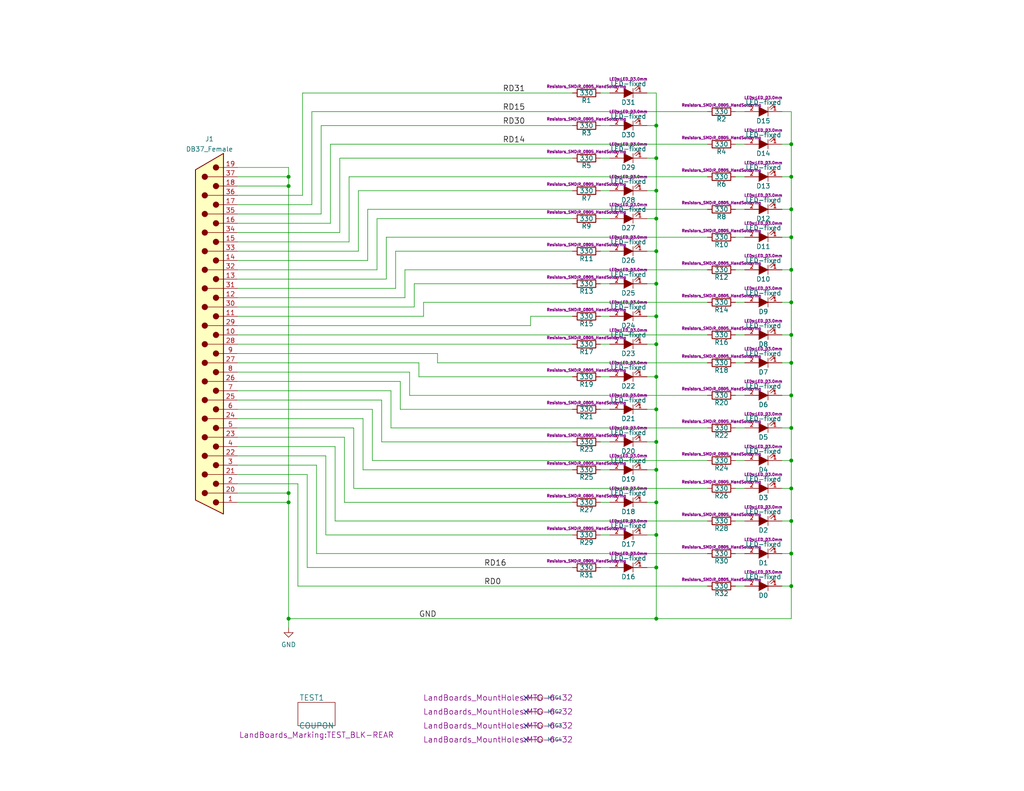
<source format=kicad_sch>
(kicad_sch (version 20230121) (generator eeschema)
  (paper "A")
  (title_block (title "LED-32") (date "Thursday, May 25, 2017") (rev "X1") (company "land-boards.com/LED-32"))
  (lib_symbols
    (symbol "Connector:DB37_Male" (pin_names (offset 1.016) hide)
      (property "Reference" "J" (at 0 50.8 0))
      (property "Value" "DB37_Male" (at 0 -50.8 0))
      (symbol "DB37_Male_0_1"
        (circle (center -1.778 -45.72) (radius 0.762) (fill (type outline)))
        (circle (center -1.778 -40.64) (radius 0.762) (fill (type outline)))
        (circle (center -1.778 -35.56) (radius 0.762) (fill (type outline)))
        (circle (center -1.778 -30.48) (radius 0.762) (fill (type outline)))
        (circle (center -1.778 -25.4) (radius 0.762) (fill (type outline)))
        (circle (center -1.778 -20.32) (radius 0.762) (fill (type outline)))
        (circle (center -1.778 -15.24) (radius 0.762) (fill (type outline)))
        (circle (center -1.778 -10.16) (radius 0.762) (fill (type outline)))
        (circle (center -1.778 -5.08) (radius 0.762) (fill (type outline)))
        (circle (center -1.778 0) (radius 0.762) (fill (type outline)))
        (circle (center -1.778 5.08) (radius 0.762) (fill (type outline)))
        (circle (center -1.778 10.16) (radius 0.762) (fill (type outline)))
        (circle (center -1.778 15.24) (radius 0.762) (fill (type outline)))
        (circle (center -1.778 20.32) (radius 0.762) (fill (type outline)))
        (circle (center -1.778 25.4) (radius 0.762) (fill (type outline)))
        (circle (center -1.778 30.48) (radius 0.762) (fill (type outline)))
        (circle (center -1.778 35.56) (radius 0.762) (fill (type outline)))
        (circle (center -1.778 40.64) (radius 0.762) (fill (type outline)))
        (circle (center -1.778 45.72) (radius 0.762) (fill (type outline)))
        (polyline (pts (xy -3.81 -45.72) (xy -2.54 -45.72)))
        (polyline (pts (xy -3.81 -43.18) (xy 0.508 -43.18)))
        (polyline (pts (xy -3.81 -40.64) (xy -2.54 -40.64)))
        (polyline (pts (xy -3.81 -38.1) (xy 0.508 -38.1)))
        (polyline (pts (xy -3.81 -35.56) (xy -2.54 -35.56)))
        (polyline (pts (xy -3.81 -33.02) (xy 0.508 -33.02)))
        (polyline (pts (xy -3.81 -30.48) (xy -2.54 -30.48)))
        (polyline (pts (xy -3.81 -27.94) (xy 0.508 -27.94)))
        (polyline (pts (xy -3.81 -25.4) (xy -2.54 -25.4)))
        (polyline (pts (xy -3.81 -22.86) (xy 0.508 -22.86)))
        (polyline (pts (xy -3.81 -20.32) (xy -2.54 -20.32)))
        (polyline (pts (xy -3.81 -17.78) (xy 0.508 -17.78)))
        (polyline (pts (xy -3.81 -15.24) (xy -2.54 -15.24)))
        (polyline (pts (xy -3.81 -12.7) (xy 0.508 -12.7)))
        (polyline (pts (xy -3.81 -10.16) (xy -2.54 -10.16)))
        (polyline (pts (xy -3.81 -7.62) (xy 0.508 -7.62)))
        (polyline (pts (xy -3.81 -5.08) (xy -2.54 -5.08)))
        (polyline (pts (xy -3.81 -2.54) (xy 0.508 -2.54)))
        (polyline (pts (xy -3.81 0) (xy -2.54 0)))
        (polyline (pts (xy -3.81 2.54) (xy 0.508 2.54)))
        (polyline (pts (xy -3.81 5.08) (xy -2.54 5.08)))
        (polyline (pts (xy -3.81 7.62) (xy 0.508 7.62)))
        (polyline (pts (xy -3.81 10.16) (xy -2.54 10.16)))
        (polyline (pts (xy -3.81 12.7) (xy 0.508 12.7)))
        (polyline (pts (xy -3.81 15.24) (xy -2.54 15.24)))
        (polyline (pts (xy -3.81 17.78) (xy 0.508 17.78)))
        (polyline (pts (xy -3.81 20.32) (xy -2.54 20.32)))
        (polyline (pts (xy -3.81 22.86) (xy 0.508 22.86)))
        (polyline (pts (xy -3.81 25.4) (xy -2.54 25.4)))
        (polyline (pts (xy -3.81 27.94) (xy 0.508 27.94)))
        (polyline (pts (xy -3.81 30.48) (xy -2.54 30.48)))
        (polyline (pts (xy -3.81 33.02) (xy 0.508 33.02)))
        (polyline (pts (xy -3.81 35.56) (xy -2.54 35.56)))
        (polyline (pts (xy -3.81 38.1) (xy 0.508 38.1)))
        (polyline (pts (xy -3.81 40.64) (xy -2.54 40.64)))
        (polyline (pts (xy -3.81 43.18) (xy 0.508 43.18)))
        (polyline (pts (xy -3.81 45.72) (xy -2.54 45.72)))
        (polyline (pts (xy -3.81 49.53) (xy 3.81 45.085) (xy 3.81 -45.085) (xy -3.81 -48.895) (xy -3.81 49.53)) (stroke (width 0.254)) (fill (type background)))
        (circle (center 1.27 -43.18) (radius 0.762) (fill (type outline)))
        (circle (center 1.27 -38.1) (radius 0.762) (fill (type outline)))
        (circle (center 1.27 -33.02) (radius 0.762) (fill (type outline)))
        (circle (center 1.27 -27.94) (radius 0.762) (fill (type outline)))
        (circle (center 1.27 -22.86) (radius 0.762) (fill (type outline)))
        (circle (center 1.27 -17.78) (radius 0.762) (fill (type outline)))
        (circle (center 1.27 -12.7) (radius 0.762) (fill (type outline)))
        (circle (center 1.27 -7.62) (radius 0.762) (fill (type outline)))
        (circle (center 1.27 -2.54) (radius 0.762) (fill (type outline)))
        (circle (center 1.27 2.54) (radius 0.762) (fill (type outline)))
        (circle (center 1.27 7.62) (radius 0.762) (fill (type outline)))
        (circle (center 1.27 12.7) (radius 0.762) (fill (type outline)))
        (circle (center 1.27 17.78) (radius 0.762) (fill (type outline)))
        (circle (center 1.27 22.86) (radius 0.762) (fill (type outline)))
        (circle (center 1.27 27.94) (radius 0.762) (fill (type outline)))
        (circle (center 1.27 33.02) (radius 0.762) (fill (type outline)))
        (circle (center 1.27 38.1) (radius 0.762) (fill (type outline)))
        (circle (center 1.27 43.18) (radius 0.762) (fill (type outline)))
      )
      (symbol "DB37_Male_1_1"
        (pin passive line (at -7.62 -45.72 0) (length 3.81) (name "1") (number "1"))
        (pin passive line (at -7.62 0 0) (length 3.81) (name "10") (number "10"))
        (pin passive line (at -7.62 5.08 0) (length 3.81) (name "11") (number "11"))
        (pin passive line (at -7.62 10.16 0) (length 3.81) (name "12") (number "12"))
        (pin passive line (at -7.62 15.24 0) (length 3.81) (name "13") (number "13"))
        (pin passive line (at -7.62 20.32 0) (length 3.81) (name "14") (number "14"))
        (pin passive line (at -7.62 25.4 0) (length 3.81) (name "15") (number "15"))
        (pin passive line (at -7.62 30.48 0) (length 3.81) (name "16") (number "16"))
        (pin passive line (at -7.62 35.56 0) (length 3.81) (name "17") (number "17"))
        (pin passive line (at -7.62 40.64 0) (length 3.81) (name "18") (number "18"))
        (pin passive line (at -7.62 45.72 0) (length 3.81) (name "19") (number "19"))
        (pin passive line (at -7.62 -40.64 0) (length 3.81) (name "2") (number "2"))
        (pin passive line (at -7.62 -43.18 0) (length 3.81) (name "20") (number "20"))
        (pin passive line (at -7.62 -38.1 0) (length 3.81) (name "21") (number "21"))
        (pin passive line (at -7.62 -33.02 0) (length 3.81) (name "22") (number "22"))
        (pin passive line (at -7.62 -27.94 0) (length 3.81) (name "23") (number "23"))
        (pin passive line (at -7.62 -22.86 0) (length 3.81) (name "24") (number "24"))
        (pin passive line (at -7.62 -17.78 0) (length 3.81) (name "25") (number "25"))
        (pin passive line (at -7.62 -12.7 0) (length 3.81) (name "26") (number "26"))
        (pin passive line (at -7.62 -7.62 0) (length 3.81) (name "27") (number "27"))
        (pin passive line (at -7.62 -2.54 0) (length 3.81) (name "28") (number "28"))
        (pin passive line (at -7.62 2.54 0) (length 3.81) (name "29") (number "29"))
        (pin passive line (at -7.62 -35.56 0) (length 3.81) (name "3") (number "3"))
        (pin passive line (at -7.62 7.62 0) (length 3.81) (name "30") (number "30"))
        (pin passive line (at -7.62 12.7 0) (length 3.81) (name "31") (number "31"))
        (pin passive line (at -7.62 17.78 0) (length 3.81) (name "32") (number "32"))
        (pin passive line (at -7.62 22.86 0) (length 3.81) (name "33") (number "33"))
        (pin passive line (at -7.62 27.94 0) (length 3.81) (name "34") (number "34"))
        (pin passive line (at -7.62 33.02 0) (length 3.81) (name "35") (number "35"))
        (pin passive line (at -7.62 38.1 0) (length 3.81) (name "36") (number "36"))
        (pin passive line (at -7.62 43.18 0) (length 3.81) (name "37") (number "37"))
        (pin passive line (at -7.62 -30.48 0) (length 3.81) (name "4") (number "4"))
        (pin passive line (at -7.62 -25.4 0) (length 3.81) (name "5") (number "5"))
        (pin passive line (at -7.62 -20.32 0) (length 3.81) (name "6") (number "6"))
        (pin passive line (at -7.62 -15.24 0) (length 3.81) (name "7") (number "7"))
        (pin passive line (at -7.62 -10.16 0) (length 3.81) (name "8") (number "8"))
        (pin passive line (at -7.62 -5.08 0) (length 3.81) (name "9") (number "9"))
      )
    )
    (symbol "LED-32-rescue:CONN_1" (pin_numbers hide) (pin_names (offset 0.762) hide)
      (property "Reference" "P" (at 2.032 0 0))
      (symbol "CONN_1_0_1"
        (polyline (pts (xy -0.762 0) (xy -1.27 0)))
        (circle (center 0 0) (radius 0.7874))
      )
      (symbol "CONN_1_1_1"
        (pin passive line (at -3.81 0 0) (length 2.54) (name "1") (number "1"))
      )
    )
    (symbol "LED-32-rescue:COUPON" (pin_names (offset 1.016))
      (property "Reference" "COUP?" (at 0 0 0))
      (property "Value" "COUPON" (at 0 0 0))
      (symbol "COUPON_0_1"
        (rectangle (start -5.08 0) (end 5.08 6.35))
      )
    )
    (symbol "LED-32-rescue:LED-fixed" (pin_names (offset 1.016) hide)
      (property "Reference" "D" (at 0 2.54 0))
      (property "Value" "LED-fixed" (at 0 -2.54 0))
      (symbol "LED-fixed_0_1"
        (polyline (pts (xy 1.27 1.27) (xy 1.27 -1.27)))
        (polyline (pts (xy -1.27 1.27) (xy 1.27 0) (xy -1.27 -1.27)) (fill (type outline)))
        (polyline (pts (xy 1.651 -1.016) (xy 2.794 -2.032) (xy 2.667 -1.397)))
        (polyline (pts (xy 2.032 -0.635) (xy 3.175 -1.651) (xy 3.048 -1.016)))
      )
      (symbol "LED-fixed_1_1"
        (pin passive line (at 5.08 0 180) (length 3.81) (name "K") (number "1"))
        (pin passive line (at -5.08 0 0) (length 3.81) (name "A") (number "2"))
      )
    )
    (symbol "LED-32-rescue:R" (pin_numbers hide) (pin_names (offset 0))
      (property "Reference" "R" (at 2.032 0 90))
      (property "Value" "R" (at 0 0 90))
      (symbol "R_0_1"
        (rectangle (start -1.016 -2.54) (end 1.016 2.54) (stroke (width 0.254)))
      )
      (symbol "R_1_1"
        (pin passive line (at 0 3.81 270) (length 1.27) (name "~") (number "1"))
        (pin passive line (at 0 -3.81 90) (length 1.27) (name "~") (number "2"))
      )
    )
    (symbol "power:GND" (power) (pin_names (offset 0))
      (property "Value" "GND" (at 0 -3.81 0))
      (symbol "GND_0_1"
        (polyline (pts (xy 0 0) (xy 0 -1.27) (xy 1.27 -1.27) (xy 0 -2.54) (xy -1.27 -1.27) (xy 0 -1.27)))
      )
      (symbol "GND_1_1"
        (pin power_in line (at 0 0 270) (length 0) hide (name "GND") (number "1"))
      )
    )
  )
  (junction (at 179.07 102.87))
  (junction (at 215.9 64.77))
  (junction (at 78.74 50.8))
  (junction (at 179.07 111.76))
  (junction (at 179.07 137.16))
  (junction (at 215.9 160.02))
  (junction (at 215.9 39.37))
  (junction (at 179.07 86.36))
  (junction (at 215.9 82.55))
  (junction (at 179.07 93.98))
  (junction (at 78.74 137.16))
  (junction (at 215.9 48.26))
  (junction (at 179.07 168.91))
  (junction (at 179.07 77.47))
  (junction (at 179.07 68.58))
  (junction (at 179.07 43.18))
  (junction (at 215.9 107.95))
  (junction (at 179.07 154.94))
  (junction (at 179.07 128.27))
  (junction (at 78.74 134.62))
  (junction (at 215.9 91.44))
  (junction (at 179.07 34.29))
  (junction (at 78.74 168.91))
  (junction (at 215.9 57.15))
  (junction (at 179.07 59.69))
  (junction (at 179.07 52.07))
  (junction (at 179.07 120.65))
  (junction (at 179.07 146.05))
  (junction (at 215.9 125.73))
  (junction (at 215.9 99.06))
  (junction (at 215.9 133.35))
  (junction (at 215.9 142.24))
  (junction (at 215.9 116.84))
  (junction (at 78.74 48.26))
  (junction (at 215.9 73.66))
  (junction (at 215.9 151.13))
  (no_connect (at 143.51 201.93))
  (no_connect (at 143.51 194.31))
  (no_connect (at 143.51 198.12))
  (no_connect (at 143.51 190.5))
  (wire (pts (xy 179.07 146.05) (xy 179.07 154.94)))
  (wire (pts (xy 78.74 45.72) (xy 78.74 48.26)))
  (wire (pts (xy 93.98 137.16) (xy 93.98 119.38)))
  (wire (pts (xy 64.77 66.04) (xy 95.25 66.04)))
  (wire (pts (xy 176.53 68.58) (xy 179.07 68.58)))
  (wire (pts (xy 163.83 111.76) (xy 166.37 111.76)))
  (wire (pts (xy 64.77 88.9) (xy 144.78 88.9)))
  (wire (pts (xy 213.36 91.44) (xy 215.9 91.44)))
  (wire (pts (xy 105.41 76.2) (xy 105.41 64.77)))
  (wire (pts (xy 200.66 116.84) (xy 203.2 116.84)))
  (wire (pts (xy 215.9 142.24) (xy 215.9 151.13)))
  (wire (pts (xy 113.03 83.82) (xy 113.03 77.47)))
  (wire (pts (xy 100.33 71.12) (xy 100.33 57.15)))
  (wire (pts (xy 179.07 120.65) (xy 179.07 128.27)))
  (wire (pts (xy 64.77 55.88) (xy 85.09 55.88)))
  (wire (pts (xy 119.38 96.52) (xy 119.38 99.06)))
  (wire (pts (xy 91.44 142.24) (xy 91.44 121.92)))
  (wire (pts (xy 215.9 91.44) (xy 215.9 99.06)))
  (wire (pts (xy 200.66 125.73) (xy 203.2 125.73)))
  (wire (pts (xy 64.77 91.44) (xy 193.04 91.44)))
  (wire (pts (xy 215.9 73.66) (xy 215.9 82.55)))
  (wire (pts (xy 78.74 137.16) (xy 64.77 137.16)))
  (wire (pts (xy 90.17 60.96) (xy 90.17 39.37)))
  (wire (pts (xy 96.52 133.35) (xy 96.52 116.84)))
  (wire (pts (xy 83.82 154.94) (xy 83.82 129.54)))
  (wire (pts (xy 213.36 99.06) (xy 215.9 99.06)))
  (wire (pts (xy 64.77 71.12) (xy 100.33 71.12)))
  (wire (pts (xy 64.77 81.28) (xy 110.49 81.28)))
  (wire (pts (xy 78.74 168.91) (xy 179.07 168.91)))
  (wire (pts (xy 78.74 48.26) (xy 64.77 48.26)))
  (wire (pts (xy 111.76 107.95) (xy 111.76 101.6)))
  (wire (pts (xy 78.74 50.8) (xy 64.77 50.8)))
  (wire (pts (xy 179.07 137.16) (xy 179.07 146.05)))
  (wire (pts (xy 83.82 129.54) (xy 64.77 129.54)))
  (wire (pts (xy 64.77 63.5) (xy 92.71 63.5)))
  (wire (pts (xy 215.9 116.84) (xy 215.9 125.73)))
  (wire (pts (xy 95.25 66.04) (xy 95.25 48.26)))
  (wire (pts (xy 64.77 60.96) (xy 90.17 60.96)))
  (wire (pts (xy 119.38 99.06) (xy 193.04 99.06)))
  (wire (pts (xy 179.07 34.29) (xy 179.07 43.18)))
  (wire (pts (xy 163.83 52.07) (xy 166.37 52.07)))
  (wire (pts (xy 200.66 73.66) (xy 203.2 73.66)))
  (wire (pts (xy 78.74 134.62) (xy 64.77 134.62)))
  (wire (pts (xy 87.63 34.29) (xy 156.21 34.29)))
  (wire (pts (xy 82.55 53.34) (xy 82.55 25.4)))
  (wire (pts (xy 64.77 76.2) (xy 105.41 76.2)))
  (wire (pts (xy 64.77 86.36) (xy 115.57 86.36)))
  (wire (pts (xy 179.07 25.4) (xy 179.07 34.29)))
  (wire (pts (xy 213.36 64.77) (xy 215.9 64.77)))
  (wire (pts (xy 215.9 57.15) (xy 215.9 64.77)))
  (wire (pts (xy 92.71 63.5) (xy 92.71 43.18)))
  (wire (pts (xy 96.52 116.84) (xy 64.77 116.84)))
  (wire (pts (xy 102.87 73.66) (xy 102.87 59.69)))
  (wire (pts (xy 91.44 121.92) (xy 64.77 121.92)))
  (wire (pts (xy 213.36 125.73) (xy 215.9 125.73)))
  (wire (pts (xy 200.66 133.35) (xy 203.2 133.35)))
  (wire (pts (xy 78.74 48.26) (xy 78.74 50.8)))
  (wire (pts (xy 86.36 127) (xy 64.77 127)))
  (wire (pts (xy 193.04 151.13) (xy 86.36 151.13)))
  (wire (pts (xy 106.68 106.68) (xy 64.77 106.68)))
  (wire (pts (xy 86.36 151.13) (xy 86.36 127)))
  (wire (pts (xy 193.04 116.84) (xy 106.68 116.84)))
  (wire (pts (xy 200.66 142.24) (xy 203.2 142.24)))
  (wire (pts (xy 64.77 83.82) (xy 113.03 83.82)))
  (wire (pts (xy 78.74 45.72) (xy 64.77 45.72)))
  (wire (pts (xy 193.04 142.24) (xy 91.44 142.24)))
  (wire (pts (xy 215.9 48.26) (xy 215.9 57.15)))
  (wire (pts (xy 88.9 146.05) (xy 88.9 124.46)))
  (wire (pts (xy 215.9 107.95) (xy 215.9 116.84)))
  (wire (pts (xy 85.09 30.48) (xy 193.04 30.48)))
  (wire (pts (xy 213.36 73.66) (xy 215.9 73.66)))
  (wire (pts (xy 85.09 55.88) (xy 85.09 30.48)))
  (wire (pts (xy 104.14 120.65) (xy 104.14 109.22)))
  (wire (pts (xy 92.71 43.18) (xy 156.21 43.18)))
  (wire (pts (xy 176.53 25.4) (xy 179.07 25.4)))
  (wire (pts (xy 78.74 134.62) (xy 78.74 137.16)))
  (wire (pts (xy 179.07 154.94) (xy 179.07 168.91)))
  (wire (pts (xy 200.66 91.44) (xy 203.2 91.44)))
  (wire (pts (xy 81.28 160.02) (xy 193.04 160.02)))
  (wire (pts (xy 163.83 86.36) (xy 166.37 86.36)))
  (wire (pts (xy 64.77 93.98) (xy 156.21 93.98)))
  (wire (pts (xy 101.6 111.76) (xy 64.77 111.76)))
  (wire (pts (xy 87.63 58.42) (xy 87.63 34.29)))
  (wire (pts (xy 176.53 43.18) (xy 179.07 43.18)))
  (wire (pts (xy 101.6 125.73) (xy 101.6 111.76)))
  (wire (pts (xy 78.74 137.16) (xy 78.74 168.91)))
  (wire (pts (xy 144.78 88.9) (xy 144.78 86.36)))
  (wire (pts (xy 106.68 116.84) (xy 106.68 106.68)))
  (wire (pts (xy 200.66 151.13) (xy 203.2 151.13)))
  (wire (pts (xy 156.21 128.27) (xy 99.06 128.27)))
  (wire (pts (xy 64.77 132.08) (xy 81.28 132.08)))
  (wire (pts (xy 88.9 124.46) (xy 64.77 124.46)))
  (wire (pts (xy 176.53 34.29) (xy 179.07 34.29)))
  (wire (pts (xy 64.77 53.34) (xy 82.55 53.34)))
  (wire (pts (xy 81.28 132.08) (xy 81.28 160.02)))
  (wire (pts (xy 179.07 43.18) (xy 179.07 52.07)))
  (wire (pts (xy 110.49 81.28) (xy 110.49 73.66)))
  (wire (pts (xy 156.21 146.05) (xy 88.9 146.05)))
  (wire (pts (xy 176.53 137.16) (xy 179.07 137.16)))
  (wire (pts (xy 200.66 30.48) (xy 203.2 30.48)))
  (wire (pts (xy 213.36 82.55) (xy 215.9 82.55)))
  (wire (pts (xy 176.53 146.05) (xy 179.07 146.05)))
  (wire (pts (xy 163.83 128.27) (xy 166.37 128.27)))
  (wire (pts (xy 179.07 128.27) (xy 179.07 137.16)))
  (wire (pts (xy 215.9 64.77) (xy 215.9 73.66)))
  (wire (pts (xy 200.66 64.77) (xy 203.2 64.77)))
  (wire (pts (xy 163.83 154.94) (xy 166.37 154.94)))
  (wire (pts (xy 99.06 128.27) (xy 99.06 114.3)))
  (wire (pts (xy 78.74 50.8) (xy 78.74 134.62)))
  (wire (pts (xy 200.66 99.06) (xy 203.2 99.06)))
  (wire (pts (xy 163.83 102.87) (xy 166.37 102.87)))
  (wire (pts (xy 176.53 59.69) (xy 179.07 59.69)))
  (wire (pts (xy 100.33 57.15) (xy 193.04 57.15)))
  (wire (pts (xy 104.14 109.22) (xy 64.77 109.22)))
  (wire (pts (xy 163.83 146.05) (xy 166.37 146.05)))
  (wire (pts (xy 179.07 102.87) (xy 179.07 111.76)))
  (wire (pts (xy 200.66 57.15) (xy 203.2 57.15)))
  (wire (pts (xy 114.3 99.06) (xy 64.77 99.06)))
  (wire (pts (xy 163.83 93.98) (xy 166.37 93.98)))
  (wire (pts (xy 156.21 111.76) (xy 109.22 111.76)))
  (wire (pts (xy 163.83 59.69) (xy 166.37 59.69)))
  (wire (pts (xy 200.66 82.55) (xy 203.2 82.55)))
  (wire (pts (xy 95.25 48.26) (xy 193.04 48.26)))
  (wire (pts (xy 215.9 39.37) (xy 215.9 48.26)))
  (wire (pts (xy 105.41 64.77) (xy 193.04 64.77)))
  (wire (pts (xy 110.49 73.66) (xy 193.04 73.66)))
  (wire (pts (xy 213.36 57.15) (xy 215.9 57.15)))
  (wire (pts (xy 176.53 86.36) (xy 179.07 86.36)))
  (wire (pts (xy 213.36 107.95) (xy 215.9 107.95)))
  (wire (pts (xy 215.9 30.48) (xy 215.9 39.37)))
  (wire (pts (xy 179.07 59.69) (xy 179.07 68.58)))
  (wire (pts (xy 156.21 154.94) (xy 83.82 154.94)))
  (wire (pts (xy 179.07 52.07) (xy 179.07 59.69)))
  (wire (pts (xy 179.07 93.98) (xy 179.07 102.87)))
  (wire (pts (xy 156.21 120.65) (xy 104.14 120.65)))
  (wire (pts (xy 93.98 119.38) (xy 64.77 119.38)))
  (wire (pts (xy 156.21 102.87) (xy 114.3 102.87)))
  (wire (pts (xy 213.36 39.37) (xy 215.9 39.37)))
  (wire (pts (xy 107.95 68.58) (xy 156.21 68.58)))
  (wire (pts (xy 176.53 77.47) (xy 179.07 77.47)))
  (wire (pts (xy 82.55 25.4) (xy 156.21 25.4)))
  (wire (pts (xy 109.22 111.76) (xy 109.22 104.14)))
  (wire (pts (xy 163.83 43.18) (xy 166.37 43.18)))
  (wire (pts (xy 78.74 168.91) (xy 78.74 171.45)))
  (wire (pts (xy 215.9 151.13) (xy 215.9 160.02)))
  (wire (pts (xy 200.66 160.02) (xy 203.2 160.02)))
  (wire (pts (xy 64.77 58.42) (xy 87.63 58.42)))
  (wire (pts (xy 215.9 160.02) (xy 213.36 160.02)))
  (wire (pts (xy 97.79 68.58) (xy 97.79 52.07)))
  (wire (pts (xy 176.53 111.76) (xy 179.07 111.76)))
  (wire (pts (xy 215.9 133.35) (xy 215.9 142.24)))
  (wire (pts (xy 179.07 77.47) (xy 179.07 86.36)))
  (wire (pts (xy 64.77 73.66) (xy 102.87 73.66)))
  (wire (pts (xy 179.07 86.36) (xy 179.07 93.98)))
  (wire (pts (xy 193.04 107.95) (xy 111.76 107.95)))
  (wire (pts (xy 176.53 102.87) (xy 179.07 102.87)))
  (wire (pts (xy 215.9 99.06) (xy 215.9 107.95)))
  (wire (pts (xy 193.04 125.73) (xy 101.6 125.73)))
  (wire (pts (xy 215.9 82.55) (xy 215.9 91.44)))
  (wire (pts (xy 64.77 78.74) (xy 107.95 78.74)))
  (wire (pts (xy 200.66 39.37) (xy 203.2 39.37)))
  (wire (pts (xy 176.53 52.07) (xy 179.07 52.07)))
  (wire (pts (xy 200.66 107.95) (xy 203.2 107.95)))
  (wire (pts (xy 163.83 68.58) (xy 166.37 68.58)))
  (wire (pts (xy 163.83 120.65) (xy 166.37 120.65)))
  (wire (pts (xy 213.36 30.48) (xy 215.9 30.48)))
  (wire (pts (xy 213.36 133.35) (xy 215.9 133.35)))
  (wire (pts (xy 163.83 34.29) (xy 166.37 34.29)))
  (wire (pts (xy 176.53 128.27) (xy 179.07 128.27)))
  (wire (pts (xy 179.07 168.91) (xy 215.9 168.91)))
  (wire (pts (xy 144.78 86.36) (xy 156.21 86.36)))
  (wire (pts (xy 163.83 137.16) (xy 166.37 137.16)))
  (wire (pts (xy 111.76 101.6) (xy 64.77 101.6)))
  (wire (pts (xy 115.57 82.55) (xy 193.04 82.55)))
  (wire (pts (xy 97.79 52.07) (xy 156.21 52.07)))
  (wire (pts (xy 163.83 77.47) (xy 166.37 77.47)))
  (wire (pts (xy 99.06 114.3) (xy 64.77 114.3)))
  (wire (pts (xy 213.36 116.84) (xy 215.9 116.84)))
  (wire (pts (xy 215.9 160.02) (xy 215.9 168.91)))
  (wire (pts (xy 176.53 93.98) (xy 179.07 93.98)))
  (wire (pts (xy 176.53 120.65) (xy 179.07 120.65)))
  (wire (pts (xy 213.36 142.24) (xy 215.9 142.24)))
  (wire (pts (xy 163.83 25.4) (xy 166.37 25.4)))
  (wire (pts (xy 114.3 102.87) (xy 114.3 99.06)))
  (wire (pts (xy 213.36 48.26) (xy 215.9 48.26)))
  (wire (pts (xy 109.22 104.14) (xy 64.77 104.14)))
  (wire (pts (xy 179.07 111.76) (xy 179.07 120.65)))
  (wire (pts (xy 213.36 151.13) (xy 215.9 151.13)))
  (wire (pts (xy 200.66 48.26) (xy 203.2 48.26)))
  (wire (pts (xy 156.21 137.16) (xy 93.98 137.16)))
  (wire (pts (xy 64.77 96.52) (xy 119.38 96.52)))
  (wire (pts (xy 179.07 68.58) (xy 179.07 77.47)))
  (wire (pts (xy 179.07 154.94) (xy 176.53 154.94)))
  (wire (pts (xy 115.57 86.36) (xy 115.57 82.55)))
  (wire (pts (xy 64.77 68.58) (xy 97.79 68.58)))
  (wire (pts (xy 193.04 133.35) (xy 96.52 133.35)))
  (wire (pts (xy 102.87 59.69) (xy 156.21 59.69)))
  (wire (pts (xy 107.95 78.74) (xy 107.95 68.58)))
  (wire (pts (xy 113.03 77.47) (xy 156.21 77.47)))
  (wire (pts (xy 90.17 39.37) (xy 193.04 39.37)))
  (wire (pts (xy 215.9 125.73) (xy 215.9 133.35)))
  (label "RD30" (at 137.16 34.29 0) (effects (font (size 1.524 1.524))))
  (label "GND" (at 114.3 168.91 0) (effects (font (size 1.524 1.524))))
  (label "RD31" (at 137.16 25.4 0) (effects (font (size 1.524 1.524))))
  (label "RD0" (at 132.08 160.02 0) (effects (font (size 1.524 1.524))))
  (label "RD14" (at 137.16 39.37 0) (effects (font (size 1.524 1.524))))
  (label "RD15" (at 137.16 30.48 0) (effects (font (size 1.524 1.524))))
  (label "RD16" (at 132.08 154.94 0) (effects (font (size 1.524 1.524))))
  (symbol (lib_id "LED-32-rescue:CONN_1") (at 147.32 190.5 0) (unit 1)
    (property "Reference" "MTG1" (at 149.352 190.5 0) (effects (font (size 1.016 1.016)) (justify left)))
    (property "Value" "CONN_1" (effects hide))
    (property "Footprint" "LandBoards_MountHoles:MTG-6-32" (at 135.89 190.5 0) (effects (font (size 1.524 1.524))))
  )
  (symbol (lib_id "LED-32-rescue:CONN_1") (at 147.32 194.31 0) (unit 1)
    (property "Reference" "MTG2" (at 149.352 194.31 0) (effects (font (size 1.016 1.016)) (justify left)))
    (property "Value" "CONN_1" (effects hide))
    (property "Footprint" "LandBoards_MountHoles:MTG-6-32" (at 135.89 194.31 0) (effects (font (size 1.524 1.524))))
  )
  (symbol (lib_id "LED-32-rescue:CONN_1") (at 147.32 198.12 0) (unit 1)
    (property "Reference" "MTG3" (at 149.352 198.12 0) (effects (font (size 1.016 1.016)) (justify left)))
    (property "Value" "CONN_1" (effects hide))
    (property "Footprint" "LandBoards_MountHoles:MTG-6-32" (at 135.89 198.12 0) (effects (font (size 1.524 1.524))))
  )
  (symbol (lib_id "LED-32-rescue:CONN_1") (at 147.32 201.93 0) (unit 1)
    (property "Reference" "MTG4" (at 149.352 201.93 0) (effects (font (size 1.016 1.016)) (justify left)))
    (property "Value" "CONN_1" (effects hide))
    (property "Footprint" "LandBoards_MountHoles:MTG-6-32" (at 135.89 201.93 0) (effects (font (size 1.524 1.524))))
  )
  (symbol (lib_id "LED-32-rescue:LED-fixed") (at 208.28 30.48 0) (mirror x) (unit 1)
    (property "Reference" "D15" (at 208.28 33.02 0))
    (property "Value" "LED-fixed" (at 208.28 27.94 0))
    (property "Footprint" "LEDs:LED_D3.0mm" (at 208.28 26.67 0) (effects (font (size 0.762 0.762))))
  )
  (symbol (lib_id "LED-32-rescue:LED-fixed") (at 208.28 39.37 0) (mirror x) (unit 1)
    (property "Reference" "D14" (at 208.28 41.91 0))
    (property "Value" "LED-fixed" (at 208.28 36.83 0))
    (property "Footprint" "LEDs:LED_D3.0mm" (at 208.28 35.56 0) (effects (font (size 0.762 0.762))))
  )
  (symbol (lib_id "LED-32-rescue:LED-fixed") (at 208.28 48.26 0) (mirror x) (unit 1)
    (property "Reference" "D13" (at 208.28 50.8 0))
    (property "Value" "LED-fixed" (at 208.28 45.72 0))
    (property "Footprint" "LEDs:LED_D3.0mm" (at 208.28 44.45 0) (effects (font (size 0.762 0.762))))
  )
  (symbol (lib_id "LED-32-rescue:LED-fixed") (at 208.28 57.15 0) (mirror x) (unit 1)
    (property "Reference" "D12" (at 208.28 59.69 0))
    (property "Value" "LED-fixed" (at 208.28 54.61 0))
    (property "Footprint" "LEDs:LED_D3.0mm" (at 208.28 53.34 0) (effects (font (size 0.762 0.762))))
  )
  (symbol (lib_id "LED-32-rescue:LED-fixed") (at 208.28 64.77 0) (mirror x) (unit 1)
    (property "Reference" "D11" (at 208.28 67.31 0))
    (property "Value" "LED-fixed" (at 208.28 62.23 0))
    (property "Footprint" "LEDs:LED_D3.0mm" (at 208.28 60.96 0) (effects (font (size 0.762 0.762))))
  )
  (symbol (lib_id "LED-32-rescue:LED-fixed") (at 208.28 73.66 0) (mirror x) (unit 1)
    (property "Reference" "D10" (at 208.28 76.2 0))
    (property "Value" "LED-fixed" (at 208.28 71.12 0))
    (property "Footprint" "LEDs:LED_D3.0mm" (at 208.28 69.85 0) (effects (font (size 0.762 0.762))))
  )
  (symbol (lib_id "LED-32-rescue:LED-fixed") (at 208.28 82.55 0) (mirror x) (unit 1)
    (property "Reference" "D9" (at 208.28 85.09 0))
    (property "Value" "LED-fixed" (at 208.28 80.01 0))
    (property "Footprint" "LEDs:LED_D3.0mm" (at 208.28 78.74 0) (effects (font (size 0.762 0.762))))
  )
  (symbol (lib_id "LED-32-rescue:LED-fixed") (at 208.28 91.44 0) (mirror x) (unit 1)
    (property "Reference" "D8" (at 208.28 93.98 0))
    (property "Value" "LED-fixed" (at 208.28 88.9 0))
    (property "Footprint" "LEDs:LED_D3.0mm" (at 208.28 87.63 0) (effects (font (size 0.762 0.762))))
  )
  (symbol (lib_id "LED-32-rescue:LED-fixed") (at 208.28 99.06 0) (mirror x) (unit 1)
    (property "Reference" "D7" (at 208.28 101.6 0))
    (property "Value" "LED-fixed" (at 208.28 96.52 0))
    (property "Footprint" "LEDs:LED_D3.0mm" (at 208.28 95.25 0) (effects (font (size 0.762 0.762))))
  )
  (symbol (lib_id "LED-32-rescue:LED-fixed") (at 208.28 107.95 0) (mirror x) (unit 1)
    (property "Reference" "D6" (at 208.28 110.49 0))
    (property "Value" "LED-fixed" (at 208.28 105.41 0))
    (property "Footprint" "LEDs:LED_D3.0mm" (at 208.28 104.14 0) (effects (font (size 0.762 0.762))))
  )
  (symbol (lib_id "LED-32-rescue:LED-fixed") (at 208.28 116.84 0) (mirror x) (unit 1)
    (property "Reference" "D5" (at 208.28 119.38 0))
    (property "Value" "LED-fixed" (at 208.28 114.3 0))
    (property "Footprint" "LEDs:LED_D3.0mm" (at 208.28 113.03 0) (effects (font (size 0.762 0.762))))
  )
  (symbol (lib_id "LED-32-rescue:LED-fixed") (at 208.28 125.73 0) (mirror x) (unit 1)
    (property "Reference" "D4" (at 208.28 128.27 0))
    (property "Value" "LED-fixed" (at 208.28 123.19 0))
    (property "Footprint" "LEDs:LED_D3.0mm" (at 208.28 121.92 0) (effects (font (size 0.762 0.762))))
  )
  (symbol (lib_id "LED-32-rescue:LED-fixed") (at 208.28 133.35 0) (mirror x) (unit 1)
    (property "Reference" "D3" (at 208.28 135.89 0))
    (property "Value" "LED-fixed" (at 208.28 130.81 0))
    (property "Footprint" "LEDs:LED_D3.0mm" (at 208.28 129.54 0) (effects (font (size 0.762 0.762))))
  )
  (symbol (lib_id "LED-32-rescue:LED-fixed") (at 208.28 142.24 0) (mirror x) (unit 1)
    (property "Reference" "D2" (at 208.28 144.78 0))
    (property "Value" "LED-fixed" (at 208.28 139.7 0))
    (property "Footprint" "LEDs:LED_D3.0mm" (at 208.28 138.43 0) (effects (font (size 0.762 0.762))))
  )
  (symbol (lib_id "LED-32-rescue:LED-fixed") (at 208.28 151.13 0) (mirror x) (unit 1)
    (property "Reference" "D1" (at 208.28 153.67 0))
    (property "Value" "LED-fixed" (at 208.28 148.59 0))
    (property "Footprint" "LEDs:LED_D3.0mm" (at 208.28 147.32 0) (effects (font (size 0.762 0.762))))
  )
  (symbol (lib_id "LED-32-rescue:LED-fixed") (at 208.28 160.02 0) (mirror x) (unit 1)
    (property "Reference" "D0" (at 208.28 162.56 0))
    (property "Value" "LED-fixed" (at 208.28 157.48 0))
    (property "Footprint" "LEDs:LED_D3.0mm" (at 208.28 156.21 0) (effects (font (size 0.762 0.762))))
  )
  (symbol (lib_id "LED-32-rescue:LED-fixed") (at 171.45 25.4 0) (mirror x) (unit 1)
    (property "Reference" "D31" (at 171.45 27.94 0))
    (property "Value" "LED-fixed" (at 171.45 22.86 0))
    (property "Footprint" "LEDs:LED_D3.0mm" (at 171.45 21.59 0) (effects (font (size 0.762 0.762))))
  )
  (symbol (lib_id "LED-32-rescue:LED-fixed") (at 171.45 34.29 0) (mirror x) (unit 1)
    (property "Reference" "D30" (at 171.45 36.83 0))
    (property "Value" "LED-fixed" (at 171.45 31.75 0))
    (property "Footprint" "LEDs:LED_D3.0mm" (at 171.45 30.48 0) (effects (font (size 0.762 0.762))))
  )
  (symbol (lib_id "LED-32-rescue:LED-fixed") (at 171.45 43.18 0) (mirror x) (unit 1)
    (property "Reference" "D29" (at 171.45 45.72 0))
    (property "Value" "LED-fixed" (at 171.45 40.64 0))
    (property "Footprint" "LEDs:LED_D3.0mm" (at 171.45 39.37 0) (effects (font (size 0.762 0.762))))
  )
  (symbol (lib_id "LED-32-rescue:LED-fixed") (at 171.45 52.07 0) (mirror x) (unit 1)
    (property "Reference" "D28" (at 171.45 54.61 0))
    (property "Value" "LED-fixed" (at 171.45 49.53 0))
    (property "Footprint" "LEDs:LED_D3.0mm" (at 171.45 48.26 0) (effects (font (size 0.762 0.762))))
  )
  (symbol (lib_id "LED-32-rescue:LED-fixed") (at 171.45 59.69 0) (mirror x) (unit 1)
    (property "Reference" "D27" (at 171.45 62.23 0))
    (property "Value" "LED-fixed" (at 171.45 57.15 0))
    (property "Footprint" "LEDs:LED_D3.0mm" (at 171.45 55.88 0) (effects (font (size 0.762 0.762))))
  )
  (symbol (lib_id "LED-32-rescue:LED-fixed") (at 171.45 68.58 0) (mirror x) (unit 1)
    (property "Reference" "D26" (at 171.45 71.12 0))
    (property "Value" "LED-fixed" (at 171.45 66.04 0))
    (property "Footprint" "LEDs:LED_D3.0mm" (at 171.45 64.77 0) (effects (font (size 0.762 0.762))))
  )
  (symbol (lib_id "LED-32-rescue:LED-fixed") (at 171.45 77.47 0) (mirror x) (unit 1)
    (property "Reference" "D25" (at 171.45 80.01 0))
    (property "Value" "LED-fixed" (at 171.45 74.93 0))
    (property "Footprint" "LEDs:LED_D3.0mm" (at 171.45 73.66 0) (effects (font (size 0.762 0.762))))
  )
  (symbol (lib_id "LED-32-rescue:LED-fixed") (at 171.45 86.36 0) (mirror x) (unit 1)
    (property "Reference" "D24" (at 171.45 88.9 0))
    (property "Value" "LED-fixed" (at 171.45 83.82 0))
    (property "Footprint" "LEDs:LED_D3.0mm" (at 171.45 82.55 0) (effects (font (size 0.762 0.762))))
  )
  (symbol (lib_id "LED-32-rescue:LED-fixed") (at 171.45 93.98 0) (mirror x) (unit 1)
    (property "Reference" "D23" (at 171.45 96.52 0))
    (property "Value" "LED-fixed" (at 171.45 91.44 0))
    (property "Footprint" "LEDs:LED_D3.0mm" (at 171.45 90.17 0) (effects (font (size 0.762 0.762))))
  )
  (symbol (lib_id "LED-32-rescue:LED-fixed") (at 171.45 102.87 0) (mirror x) (unit 1)
    (property "Reference" "D22" (at 171.45 105.41 0))
    (property "Value" "LED-fixed" (at 171.45 100.33 0))
    (property "Footprint" "LEDs:LED_D3.0mm" (at 171.45 99.06 0) (effects (font (size 0.762 0.762))))
  )
  (symbol (lib_id "LED-32-rescue:LED-fixed") (at 171.45 111.76 0) (mirror x) (unit 1)
    (property "Reference" "D21" (at 171.45 114.3 0))
    (property "Value" "LED-fixed" (at 171.45 109.22 0))
    (property "Footprint" "LEDs:LED_D3.0mm" (at 171.45 107.95 0) (effects (font (size 0.762 0.762))))
  )
  (symbol (lib_id "LED-32-rescue:LED-fixed") (at 171.45 120.65 0) (mirror x) (unit 1)
    (property "Reference" "D20" (at 171.45 123.19 0))
    (property "Value" "LED-fixed" (at 171.45 118.11 0))
    (property "Footprint" "LEDs:LED_D3.0mm" (at 171.45 116.84 0) (effects (font (size 0.762 0.762))))
  )
  (symbol (lib_id "LED-32-rescue:LED-fixed") (at 171.45 128.27 0) (mirror x) (unit 1)
    (property "Reference" "D19" (at 171.45 130.81 0))
    (property "Value" "LED-fixed" (at 171.45 125.73 0))
    (property "Footprint" "LEDs:LED_D3.0mm" (at 171.45 124.46 0) (effects (font (size 0.762 0.762))))
  )
  (symbol (lib_id "LED-32-rescue:LED-fixed") (at 171.45 137.16 0) (mirror x) (unit 1)
    (property "Reference" "D18" (at 171.45 139.7 0))
    (property "Value" "LED-fixed" (at 171.45 134.62 0))
    (property "Footprint" "LEDs:LED_D3.0mm" (at 171.45 133.35 0) (effects (font (size 0.762 0.762))))
  )
  (symbol (lib_id "LED-32-rescue:LED-fixed") (at 171.45 146.05 0) (mirror x) (unit 1)
    (property "Reference" "D17" (at 171.45 148.59 0))
    (property "Value" "LED-fixed" (at 171.45 143.51 0))
    (property "Footprint" "LEDs:LED_D3.0mm" (at 171.45 142.24 0) (effects (font (size 0.762 0.762))))
  )
  (symbol (lib_id "LED-32-rescue:LED-fixed") (at 171.45 154.94 0) (mirror x) (unit 1)
    (property "Reference" "D16" (at 171.45 157.48 0))
    (property "Value" "LED-fixed" (at 171.45 152.4 0))
    (property "Footprint" "LEDs:LED_D3.0mm" (at 171.45 151.13 0) (effects (font (size 0.762 0.762))))
  )
  (symbol (lib_id "LED-32-rescue:R") (at 160.02 25.4 270) (unit 1)
    (property "Reference" "R1" (at 160.02 27.432 90))
    (property "Value" "330" (at 160.02 25.4 90))
    (property "Footprint" "Resistors_SMD:R_0805_HandSoldering" (at 160.02 23.622 90) (effects (font (size 0.762 0.762))))
  )
  (symbol (lib_id "LED-32-rescue:R") (at 160.02 34.29 270) (unit 1)
    (property "Reference" "R3" (at 160.02 36.322 90))
    (property "Value" "330" (at 160.02 34.29 90))
    (property "Footprint" "Resistors_SMD:R_0805_HandSoldering" (at 160.02 32.512 90) (effects (font (size 0.762 0.762))))
  )
  (symbol (lib_id "LED-32-rescue:R") (at 160.02 43.18 270) (unit 1)
    (property "Reference" "R5" (at 160.02 45.212 90))
    (property "Value" "330" (at 160.02 43.18 90))
    (property "Footprint" "Resistors_SMD:R_0805_HandSoldering" (at 160.02 41.402 90) (effects (font (size 0.762 0.762))))
  )
  (symbol (lib_id "LED-32-rescue:R") (at 160.02 52.07 270) (unit 1)
    (property "Reference" "R7" (at 160.02 54.102 90))
    (property "Value" "330" (at 160.02 52.07 90))
    (property "Footprint" "Resistors_SMD:R_0805_HandSoldering" (at 160.02 50.292 90) (effects (font (size 0.762 0.762))))
  )
  (symbol (lib_id "LED-32-rescue:R") (at 160.02 59.69 270) (unit 1)
    (property "Reference" "R9" (at 160.02 61.722 90))
    (property "Value" "330" (at 160.02 59.69 90))
    (property "Footprint" "Resistors_SMD:R_0805_HandSoldering" (at 160.02 57.912 90) (effects (font (size 0.762 0.762))))
  )
  (symbol (lib_id "LED-32-rescue:R") (at 160.02 68.58 270) (unit 1)
    (property "Reference" "R11" (at 160.02 70.612 90))
    (property "Value" "330" (at 160.02 68.58 90))
    (property "Footprint" "Resistors_SMD:R_0805_HandSoldering" (at 160.02 66.802 90) (effects (font (size 0.762 0.762))))
  )
  (symbol (lib_id "LED-32-rescue:R") (at 160.02 77.47 270) (unit 1)
    (property "Reference" "R13" (at 160.02 79.502 90))
    (property "Value" "330" (at 160.02 77.47 90))
    (property "Footprint" "Resistors_SMD:R_0805_HandSoldering" (at 160.02 75.692 90) (effects (font (size 0.762 0.762))))
  )
  (symbol (lib_id "LED-32-rescue:R") (at 160.02 86.36 270) (unit 1)
    (property "Reference" "R15" (at 160.02 88.392 90))
    (property "Value" "330" (at 160.02 86.36 90))
    (property "Footprint" "Resistors_SMD:R_0805_HandSoldering" (at 160.02 84.582 90) (effects (font (size 0.762 0.762))))
  )
  (symbol (lib_id "LED-32-rescue:R") (at 160.02 93.98 270) (unit 1)
    (property "Reference" "R17" (at 160.02 96.012 90))
    (property "Value" "330" (at 160.02 93.98 90))
    (property "Footprint" "Resistors_SMD:R_0805_HandSoldering" (at 160.02 92.202 90) (effects (font (size 0.762 0.762))))
  )
  (symbol (lib_id "LED-32-rescue:R") (at 160.02 102.87 270) (unit 1)
    (property "Reference" "R19" (at 160.02 104.902 90))
    (property "Value" "330" (at 160.02 102.87 90))
    (property "Footprint" "Resistors_SMD:R_0805_HandSoldering" (at 160.02 101.092 90) (effects (font (size 0.762 0.762))))
  )
  (symbol (lib_id "LED-32-rescue:R") (at 160.02 111.76 270) (unit 1)
    (property "Reference" "R21" (at 160.02 113.792 90))
    (property "Value" "330" (at 160.02 111.76 90))
    (property "Footprint" "Resistors_SMD:R_0805_HandSoldering" (at 160.02 109.982 90) (effects (font (size 0.762 0.762))))
  )
  (symbol (lib_id "LED-32-rescue:R") (at 160.02 120.65 270) (unit 1)
    (property "Reference" "R23" (at 160.02 122.682 90))
    (property "Value" "330" (at 160.02 120.65 90))
    (property "Footprint" "Resistors_SMD:R_0805_HandSoldering" (at 160.02 118.872 90) (effects (font (size 0.762 0.762))))
  )
  (symbol (lib_id "LED-32-rescue:R") (at 160.02 128.27 270) (unit 1)
    (property "Reference" "R25" (at 160.02 130.302 90))
    (property "Value" "330" (at 160.02 128.27 90))
    (property "Footprint" "Resistors_SMD:R_0805_HandSoldering" (at 160.02 126.492 90) (effects (font (size 0.762 0.762))))
  )
  (symbol (lib_id "LED-32-rescue:R") (at 160.02 137.16 270) (unit 1)
    (property "Reference" "R27" (at 160.02 139.192 90))
    (property "Value" "330" (at 160.02 137.16 90))
    (property "Footprint" "Resistors_SMD:R_0805_HandSoldering" (at 160.02 135.382 90) (effects (font (size 0.762 0.762))))
  )
  (symbol (lib_id "LED-32-rescue:R") (at 160.02 146.05 270) (unit 1)
    (property "Reference" "R29" (at 160.02 148.082 90))
    (property "Value" "330" (at 160.02 146.05 90))
    (property "Footprint" "Resistors_SMD:R_0805_HandSoldering" (at 160.02 144.272 90) (effects (font (size 0.762 0.762))))
  )
  (symbol (lib_id "LED-32-rescue:R") (at 160.02 154.94 270) (unit 1)
    (property "Reference" "R31" (at 160.02 156.972 90))
    (property "Value" "330" (at 160.02 154.94 90))
    (property "Footprint" "Resistors_SMD:R_0805_HandSoldering" (at 160.02 153.162 90) (effects (font (size 0.762 0.762))))
  )
  (symbol (lib_id "LED-32-rescue:R") (at 196.85 30.48 270) (unit 1)
    (property "Reference" "R2" (at 196.85 32.512 90))
    (property "Value" "330" (at 196.85 30.48 90))
    (property "Footprint" "Resistors_SMD:R_0805_HandSoldering" (at 196.85 28.702 90) (effects (font (size 0.762 0.762))))
  )
  (symbol (lib_id "LED-32-rescue:R") (at 196.85 39.37 270) (unit 1)
    (property "Reference" "R4" (at 196.85 41.402 90))
    (property "Value" "330" (at 196.85 39.37 90))
    (property "Footprint" "Resistors_SMD:R_0805_HandSoldering" (at 196.85 37.592 90) (effects (font (size 0.762 0.762))))
  )
  (symbol (lib_id "LED-32-rescue:R") (at 196.85 48.26 270) (unit 1)
    (property "Reference" "R6" (at 196.85 50.292 90))
    (property "Value" "330" (at 196.85 48.26 90))
    (property "Footprint" "Resistors_SMD:R_0805_HandSoldering" (at 196.85 46.482 90) (effects (font (size 0.762 0.762))))
  )
  (symbol (lib_id "LED-32-rescue:R") (at 196.85 57.15 270) (unit 1)
    (property "Reference" "R8" (at 196.85 59.182 90))
    (property "Value" "330" (at 196.85 57.15 90))
    (property "Footprint" "Resistors_SMD:R_0805_HandSoldering" (at 196.85 55.372 90) (effects (font (size 0.762 0.762))))
  )
  (symbol (lib_id "LED-32-rescue:R") (at 196.85 64.77 270) (unit 1)
    (property "Reference" "R10" (at 196.85 66.802 90))
    (property "Value" "330" (at 196.85 64.77 90))
    (property "Footprint" "Resistors_SMD:R_0805_HandSoldering" (at 196.85 62.992 90) (effects (font (size 0.762 0.762))))
  )
  (symbol (lib_id "LED-32-rescue:R") (at 196.85 73.66 270) (unit 1)
    (property "Reference" "R12" (at 196.85 75.692 90))
    (property "Value" "330" (at 196.85 73.66 90))
    (property "Footprint" "Resistors_SMD:R_0805_HandSoldering" (at 196.85 71.882 90) (effects (font (size 0.762 0.762))))
  )
  (symbol (lib_id "LED-32-rescue:R") (at 196.85 82.55 270) (unit 1)
    (property "Reference" "R14" (at 196.85 84.582 90))
    (property "Value" "330" (at 196.85 82.55 90))
    (property "Footprint" "Resistors_SMD:R_0805_HandSoldering" (at 196.85 80.772 90) (effects (font (size 0.762 0.762))))
  )
  (symbol (lib_id "LED-32-rescue:R") (at 196.85 91.44 270) (unit 1)
    (property "Reference" "R16" (at 196.85 93.472 90))
    (property "Value" "330" (at 196.85 91.44 90))
    (property "Footprint" "Resistors_SMD:R_0805_HandSoldering" (at 196.85 89.662 90) (effects (font (size 0.762 0.762))))
  )
  (symbol (lib_id "LED-32-rescue:R") (at 196.85 99.06 270) (unit 1)
    (property "Reference" "R18" (at 196.85 101.092 90))
    (property "Value" "330" (at 196.85 99.06 90))
    (property "Footprint" "Resistors_SMD:R_0805_HandSoldering" (at 196.85 97.282 90) (effects (font (size 0.762 0.762))))
  )
  (symbol (lib_id "LED-32-rescue:R") (at 196.85 107.95 270) (unit 1)
    (property "Reference" "R20" (at 196.85 109.982 90))
    (property "Value" "330" (at 196.85 107.95 90))
    (property "Footprint" "Resistors_SMD:R_0805_HandSoldering" (at 196.85 106.172 90) (effects (font (size 0.762 0.762))))
  )
  (symbol (lib_id "LED-32-rescue:R") (at 196.85 116.84 270) (unit 1)
    (property "Reference" "R22" (at 196.85 118.872 90))
    (property "Value" "330" (at 196.85 116.84 90))
    (property "Footprint" "Resistors_SMD:R_0805_HandSoldering" (at 196.85 115.062 90) (effects (font (size 0.762 0.762))))
  )
  (symbol (lib_id "LED-32-rescue:R") (at 196.85 125.73 270) (unit 1)
    (property "Reference" "R24" (at 196.85 127.762 90))
    (property "Value" "330" (at 196.85 125.73 90))
    (property "Footprint" "Resistors_SMD:R_0805_HandSoldering" (at 196.85 123.952 90) (effects (font (size 0.762 0.762))))
  )
  (symbol (lib_id "LED-32-rescue:R") (at 196.85 133.35 270) (unit 1)
    (property "Reference" "R26" (at 196.85 135.382 90))
    (property "Value" "330" (at 196.85 133.35 90))
    (property "Footprint" "Resistors_SMD:R_0805_HandSoldering" (at 196.85 131.572 90) (effects (font (size 0.762 0.762))))
  )
  (symbol (lib_id "LED-32-rescue:R") (at 196.85 142.24 270) (unit 1)
    (property "Reference" "R28" (at 196.85 144.272 90))
    (property "Value" "330" (at 196.85 142.24 90))
    (property "Footprint" "Resistors_SMD:R_0805_HandSoldering" (at 196.85 140.462 90) (effects (font (size 0.762 0.762))))
  )
  (symbol (lib_id "LED-32-rescue:R") (at 196.85 151.13 270) (unit 1)
    (property "Reference" "R30" (at 196.85 153.162 90))
    (property "Value" "330" (at 196.85 151.13 90))
    (property "Footprint" "Resistors_SMD:R_0805_HandSoldering" (at 196.85 149.352 90) (effects (font (size 0.762 0.762))))
  )
  (symbol (lib_id "LED-32-rescue:R") (at 196.85 160.02 270) (unit 1)
    (property "Reference" "R32" (at 196.85 162.052 90))
    (property "Value" "330" (at 196.85 160.02 90))
    (property "Footprint" "Resistors_SMD:R_0805_HandSoldering" (at 196.85 158.242 90) (effects (font (size 0.762 0.762))))
  )
  (symbol (lib_id "LED-32-rescue:COUPON") (at 86.36 198.12 0) (unit 1)
    (property "Reference" "TEST1" (at 85.09 190.5 0) (effects (font (size 1.524 1.524))))
    (property "Value" "COUPON" (at 86.36 198.12 0) (effects (font (size 1.524 1.524))))
    (property "Footprint" "LandBoards_Marking:TEST_BLK-REAR" (at 86.36 200.66 0) (effects (font (size 1.524 1.524))))
  )
  (symbol (lib_id "Connector:DB37_Male") (at 57.15 91.44 0) (mirror y) (unit 1)
    (property "Reference" "J1" (at 57.15 37.9435 0))
    (property "Value" "DB37_Female" (at 57.15 40.7186 0))
    (property "Footprint" "LandBoards_Conns:DB37FC_FIXED" (effects hide))
    (property "Datasheet" " ~" (effects hide))
  )
  (symbol (lib_id "power:GND") (at 78.74 171.45 0) (unit 1)
    (property "Reference" "#PWR0101" (effects hide))
    (property "Value" "GND" (at 78.74 176.0125 0))
  )
)
</source>
